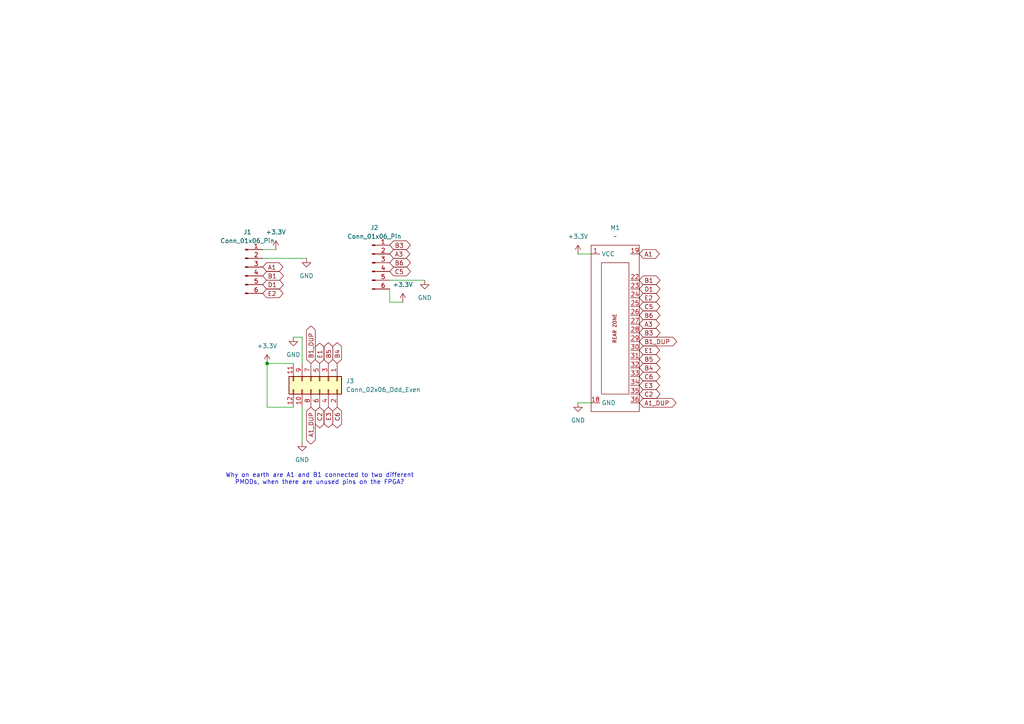
<source format=kicad_sch>
(kicad_sch (version 20250114) (generator "eeschema") (generator_version "9.0")
  (paper "A4")
  (lib_symbols
    (symbol "Connector:Conn_01x06_Pin" (pin_names (offset 1.016) (hide yes))
      (property "Reference" "J" (at 0 7.62 0))
      (property "Value" "Conn_01x06_Pin" (at 0 -10.16 0))
      (symbol "Conn_01x06_Pin_1_1"
        (rectangle (start 0.8636 5.207) (end 0 4.953) (stroke (width 0.1524)) (fill (type outline)))
        (rectangle (start 0.8636 2.667) (end 0 2.413) (stroke (width 0.1524)) (fill (type outline)))
        (rectangle (start 0.8636 0.127) (end 0 -0.127) (stroke (width 0.1524)) (fill (type outline)))
        (rectangle (start 0.8636 -2.413) (end 0 -2.667) (stroke (width 0.1524)) (fill (type outline)))
        (rectangle (start 0.8636 -4.953) (end 0 -5.207) (stroke (width 0.1524)) (fill (type outline)))
        (rectangle (start 0.8636 -7.493) (end 0 -7.747) (stroke (width 0.1524)) (fill (type outline)))
        (polyline (pts (xy 1.27 5.08) (xy 0.8636 5.08)) (stroke (width 0.1524)))
        (polyline (pts (xy 1.27 2.54) (xy 0.8636 2.54)) (stroke (width 0.1524)))
        (polyline (pts (xy 1.27 0) (xy 0.8636 0)) (stroke (width 0.1524)))
        (polyline (pts (xy 1.27 -2.54) (xy 0.8636 -2.54)) (stroke (width 0.1524)))
        (polyline (pts (xy 1.27 -5.08) (xy 0.8636 -5.08)) (stroke (width 0.1524)))
        (polyline (pts (xy 1.27 -7.62) (xy 0.8636 -7.62)) (stroke (width 0.1524)))
        (pin passive line (at 5.08 5.08 180) (length 3.81) (name "Pin_1") (number "1"))
        (pin passive line (at 5.08 2.54 180) (length 3.81) (name "Pin_2") (number "2"))
        (pin passive line (at 5.08 0 180) (length 3.81) (name "Pin_3") (number "3"))
        (pin passive line (at 5.08 -2.54 180) (length 3.81) (name "Pin_4") (number "4"))
        (pin passive line (at 5.08 -5.08 180) (length 3.81) (name "Pin_5") (number "5"))
        (pin passive line (at 5.08 -7.62 180) (length 3.81) (name "Pin_6") (number "6"))
      )
    )
    (symbol "Connector_Generic:Conn_02x06_Odd_Even" (pin_names (offset 1.016) (hide yes))
      (property "Reference" "J" (at 1.27 7.62 0))
      (property "Value" "Conn_02x06_Odd_Even" (at 1.27 -10.16 0))
      (symbol "Conn_02x06_Odd_Even_1_1"
        (rectangle (start -1.27 6.35) (end 3.81 -8.89) (stroke (width 0.254)) (fill (type background)))
        (rectangle (start -1.27 5.207) (end 0 4.953) (stroke (width 0.1524)))
        (rectangle (start -1.27 2.667) (end 0 2.413) (stroke (width 0.1524)))
        (rectangle (start -1.27 0.127) (end 0 -0.127) (stroke (width 0.1524)))
        (rectangle (start -1.27 -2.413) (end 0 -2.667) (stroke (width 0.1524)))
        (rectangle (start -1.27 -4.953) (end 0 -5.207) (stroke (width 0.1524)))
        (rectangle (start -1.27 -7.493) (end 0 -7.747) (stroke (width 0.1524)))
        (rectangle (start 3.81 5.207) (end 2.54 4.953) (stroke (width 0.1524)))
        (rectangle (start 3.81 2.667) (end 2.54 2.413) (stroke (width 0.1524)))
        (rectangle (start 3.81 0.127) (end 2.54 -0.127) (stroke (width 0.1524)))
        (rectangle (start 3.81 -2.413) (end 2.54 -2.667) (stroke (width 0.1524)))
        (rectangle (start 3.81 -4.953) (end 2.54 -5.207) (stroke (width 0.1524)))
        (rectangle (start 3.81 -7.493) (end 2.54 -7.747) (stroke (width 0.1524)))
        (pin passive line (at -5.08 5.08 0) (length 3.81) (name "Pin_1") (number "1"))
        (pin passive line (at -5.08 2.54 0) (length 3.81) (name "Pin_3") (number "3"))
        (pin passive line (at -5.08 0 0) (length 3.81) (name "Pin_5") (number "5"))
        (pin passive line (at -5.08 -2.54 0) (length 3.81) (name "Pin_7") (number "7"))
        (pin passive line (at -5.08 -5.08 0) (length 3.81) (name "Pin_9") (number "9"))
        (pin passive line (at -5.08 -7.62 0) (length 3.81) (name "Pin_11") (number "11"))
        (pin passive line (at 7.62 5.08 180) (length 3.81) (name "Pin_2") (number "2"))
        (pin passive line (at 7.62 2.54 180) (length 3.81) (name "Pin_4") (number "4"))
        (pin passive line (at 7.62 0 180) (length 3.81) (name "Pin_6") (number "6"))
        (pin passive line (at 7.62 -2.54 180) (length 3.81) (name "Pin_8") (number "8"))
        (pin passive line (at 7.62 -5.08 180) (length 3.81) (name "Pin_10") (number "10"))
        (pin passive line (at 7.62 -7.62 180) (length 3.81) (name "Pin_12") (number "12"))
      )
    )
    (symbol "MegaCastle:MegaCastle2x18-Module-I24.0x40.9-M800067FFF"
      (property "Reference" "M" (at 0 -26.67 0))
      (symbol "MegaCastle2x18-Module-I24.0x40.9-M800067FFF_0_1"
        (rectangle (start -6.35 24.13) (end 7.62 -24.13))
        (rectangle (start -3.35 19.05) (end 4.62 -19.05))
      )
      (symbol "MegaCastle2x18-Module-I24.0x40.9-M800067FFF_1_1"
        (text "REAR ZONE" (at 0.5 0 900) (effects (font (size 1 1))))
        (pin bidirectional line (at -6.35 21.59 0) (length 2.54) (name "VCC") (number "1"))
        (pin bidirectional line (at -6.35 -21.59 0) (length 2.54) (name "GND") (number "18"))
        (pin bidirectional line (at 7.62 21.59 180) (length 2.54) (name "") (number "19"))
        (pin bidirectional line (at 7.62 13.97 180) (length 2.54) (name "") (number "22"))
        (pin bidirectional line (at 7.62 11.43 180) (length 2.54) (name "") (number "23"))
        (pin bidirectional line (at 7.62 8.89 180) (length 2.54) (name "") (number "24"))
        (pin bidirectional line (at 7.62 6.35 180) (length 2.54) (name "") (number "25"))
        (pin bidirectional line (at 7.62 3.81 180) (length 2.54) (name "") (number "26"))
        (pin bidirectional line (at 7.62 1.27 180) (length 2.54) (name "") (number "27"))
        (pin bidirectional line (at 7.62 -1.27 180) (length 2.54) (name "") (number "28"))
        (pin bidirectional line (at 7.62 -3.81 180) (length 2.54) (name "") (number "29"))
        (pin bidirectional line (at 7.62 -6.35 180) (length 2.54) (name "") (number "30"))
        (pin bidirectional line (at 7.62 -8.89 180) (length 2.54) (name "") (number "31"))
        (pin bidirectional line (at 7.62 -11.43 180) (length 2.54) (name "") (number "32"))
        (pin bidirectional line (at 7.62 -13.97 180) (length 2.54) (name "") (number "33"))
        (pin bidirectional line (at 7.62 -16.51 180) (length 2.54) (name "") (number "34"))
        (pin bidirectional line (at 7.62 -19.05 180) (length 2.54) (name "") (number "35"))
        (pin bidirectional line (at 7.62 -21.59 180) (length 2.54) (name "") (number "36"))
      )
    )
    (symbol "power:+3.3V" (power) (pin_numbers (hide yes)) (pin_names (offset 0) (hide yes))
      (property "Value" "+3.3V" (at 0 3.556 0))
      (symbol "+3.3V_0_1"
        (polyline (pts (xy -0.762 1.27) (xy 0 2.54)))
        (polyline (pts (xy 0 2.54) (xy 0.762 1.27)))
        (polyline (pts (xy 0 0) (xy 0 2.54)))
      )
      (symbol "+3.3V_1_1"
        (pin power_in line (at 0 0 90) (length 0) (name "~") (number "1"))
      )
    )
    (symbol "power:GND" (power) (pin_numbers (hide yes)) (pin_names (offset 0) (hide yes))
      (property "Value" "GND" (at 0 -3.81 0))
      (symbol "GND_0_1"
        (polyline (pts (xy 0 0) (xy 0 -1.27) (xy 1.27 -1.27) (xy 0 -2.54) (xy -1.27 -1.27) (xy 0 -1.27)))
      )
      (symbol "GND_1_1"
        (pin power_in line (at 0 0 270) (length 0) (name "~") (number "1"))
      )
    )
  )
  (text "Why on earth are A1 and B1 connected to two different\nPMODs, when there are unused pins on the FPGA?" (at 92.71 138.938 0) (effects (font (size 1.27 1.27))))
  (junction (at 77.47 105.41))
  (wire (pts (xy 167.64 116.84) (xy 171.45 116.84)))
  (wire (pts (xy 77.47 105.41) (xy 85.09 105.41)))
  (wire (pts (xy 76.2 72.39) (xy 80.01 72.39)))
  (wire (pts (xy 87.63 97.79) (xy 87.63 105.41)))
  (wire (pts (xy 85.09 118.11) (xy 77.47 118.11)))
  (wire (pts (xy 87.63 118.11) (xy 87.63 128.27)))
  (wire (pts (xy 113.03 87.63) (xy 116.84 87.63)))
  (wire (pts (xy 77.47 118.11) (xy 77.47 105.41)))
  (wire (pts (xy 113.03 83.82) (xy 113.03 87.63)))
  (wire (pts (xy 113.03 81.28) (xy 123.19 81.28)))
  (wire (pts (xy 85.09 97.79) (xy 87.63 97.79)))
  (wire (pts (xy 167.64 73.66) (xy 171.45 73.66)))
  (wire (pts (xy 76.2 74.93) (xy 88.9 74.93)))
  (global_label "B1_DUP" (shape bidirectional) (at 90.17 105.41 90) (property "Intersheetrefs" "${INTERSHEET_REFS}" (effects (hide yes))))
  (global_label "D1" (shape bidirectional) (at 76.2 82.55 0) (property "Intersheetrefs" "${INTERSHEET_REFS}" (effects (hide yes))))
  (global_label "A1" (shape bidirectional) (at 185.42 73.66 0) (property "Intersheetrefs" "${INTERSHEET_REFS}" (effects (hide yes))))
  (global_label "A3" (shape bidirectional) (at 113.03 73.66 0) (property "Intersheetrefs" "${INTERSHEET_REFS}" (effects (hide yes))))
  (global_label "B6" (shape bidirectional) (at 185.42 91.44 0) (property "Intersheetrefs" "${INTERSHEET_REFS}" (effects (hide yes))))
  (global_label "C5" (shape bidirectional) (at 185.42 88.9 0) (property "Intersheetrefs" "${INTERSHEET_REFS}" (effects (hide yes))))
  (global_label "B1_DUP" (shape bidirectional) (at 185.42 99.06 0) (property "Intersheetrefs" "${INTERSHEET_REFS}" (effects (hide yes))))
  (global_label "E3" (shape bidirectional) (at 185.42 111.76 0) (property "Intersheetrefs" "${INTERSHEET_REFS}" (effects (hide yes))))
  (global_label "B1" (shape bidirectional) (at 185.42 81.28 0) (property "Intersheetrefs" "${INTERSHEET_REFS}" (effects (hide yes))))
  (global_label "A1" (shape bidirectional) (at 76.2 77.47 0) (property "Intersheetrefs" "${INTERSHEET_REFS}" (effects (hide yes))))
  (global_label "B6" (shape bidirectional) (at 113.03 76.2 0) (property "Intersheetrefs" "${INTERSHEET_REFS}" (effects (hide yes))))
  (global_label "E1" (shape bidirectional) (at 92.71 105.41 90) (property "Intersheetrefs" "${INTERSHEET_REFS}" (effects (hide yes))))
  (global_label "B4" (shape bidirectional) (at 185.42 106.68 0) (property "Intersheetrefs" "${INTERSHEET_REFS}" (effects (hide yes))))
  (global_label "E3" (shape bidirectional) (at 95.25 118.11 270) (property "Intersheetrefs" "${INTERSHEET_REFS}" (effects (hide yes))))
  (global_label "A1_DUP" (shape bidirectional) (at 185.42 116.84 0) (property "Intersheetrefs" "${INTERSHEET_REFS}" (effects (hide yes))))
  (global_label "B5" (shape bidirectional) (at 185.42 104.14 0) (property "Intersheetrefs" "${INTERSHEET_REFS}" (effects (hide yes))))
  (global_label "C5" (shape bidirectional) (at 113.03 78.74 0) (property "Intersheetrefs" "${INTERSHEET_REFS}" (effects (hide yes))))
  (global_label "E2" (shape bidirectional) (at 76.2 85.09 0) (property "Intersheetrefs" "${INTERSHEET_REFS}" (effects (hide yes))))
  (global_label "C6" (shape bidirectional) (at 97.79 118.11 270) (property "Intersheetrefs" "${INTERSHEET_REFS}" (effects (hide yes))))
  (global_label "E2" (shape bidirectional) (at 185.42 86.36 0) (property "Intersheetrefs" "${INTERSHEET_REFS}" (effects (hide yes))))
  (global_label "B5" (shape bidirectional) (at 95.25 105.41 90) (property "Intersheetrefs" "${INTERSHEET_REFS}" (effects (hide yes))))
  (global_label "B1" (shape bidirectional) (at 76.2 80.01 0) (property "Intersheetrefs" "${INTERSHEET_REFS}" (effects (hide yes))))
  (global_label "E1" (shape bidirectional) (at 185.42 101.6 0) (property "Intersheetrefs" "${INTERSHEET_REFS}" (effects (hide yes))))
  (global_label "C2" (shape bidirectional) (at 185.42 114.3 0) (property "Intersheetrefs" "${INTERSHEET_REFS}" (effects (hide yes))))
  (global_label "A3" (shape bidirectional) (at 185.42 93.98 0) (property "Intersheetrefs" "${INTERSHEET_REFS}" (effects (hide yes))))
  (global_label "A1_DUP" (shape bidirectional) (at 90.17 118.11 270) (property "Intersheetrefs" "${INTERSHEET_REFS}" (effects (hide yes))))
  (global_label "B3" (shape bidirectional) (at 113.03 71.12 0) (property "Intersheetrefs" "${INTERSHEET_REFS}" (effects (hide yes))))
  (global_label "C6" (shape bidirectional) (at 185.42 109.22 0) (property "Intersheetrefs" "${INTERSHEET_REFS}" (effects (hide yes))))
  (global_label "D1" (shape bidirectional) (at 185.42 83.82 0) (property "Intersheetrefs" "${INTERSHEET_REFS}" (effects (hide yes))))
  (global_label "B3" (shape bidirectional) (at 185.42 96.52 0) (property "Intersheetrefs" "${INTERSHEET_REFS}" (effects (hide yes))))
  (global_label "C2" (shape bidirectional) (at 92.71 118.11 270) (property "Intersheetrefs" "${INTERSHEET_REFS}" (effects (hide yes))))
  (global_label "B4" (shape bidirectional) (at 97.79 105.41 90) (property "Intersheetrefs" "${INTERSHEET_REFS}" (effects (hide yes))))
  (symbol (lib_id "power:+3.3V") (at 77.47 105.41 0) (unit 1)
    (property "Reference" "#PWR03" (effects (hide yes)))
    (property "Value" "+3.3V" (at 77.47 100.33 0))
    (property "Description" "Power symbol creates a global label with name \"+3.3V\"" (effects (hide yes)))
  )
  (symbol (lib_id "power:+3.3V") (at 80.01 72.39 0) (unit 1)
    (property "Reference" "#PWR01" (effects (hide yes)))
    (property "Value" "+3.3V" (at 80.01 67.31 0))
    (property "Description" "Power symbol creates a global label with name \"+3.3V\"" (effects (hide yes)))
  )
  (symbol (lib_id "power:GND") (at 87.63 128.27 0) (unit 1)
    (property "Reference" "#PWR06" (effects (hide yes)))
    (property "Value" "GND" (at 87.63 133.35 0))
    (property "Description" "Power symbol creates a global label with name \"GND\" , ground" (effects (hide yes)))
  )
  (symbol (lib_id "power:+3.3V") (at 116.84 87.63 0) (unit 1)
    (property "Reference" "#PWR02" (effects (hide yes)))
    (property "Value" "+3.3V" (at 116.84 82.55 0))
    (property "Description" "Power symbol creates a global label with name \"+3.3V\"" (effects (hide yes)))
  )
  (symbol (lib_id "power:GND") (at 167.64 116.84 0) (unit 1)
    (property "Reference" "#PWR08" (effects (hide yes)))
    (property "Value" "GND" (at 167.64 121.92 0))
    (property "Description" "Power symbol creates a global label with name \"GND\" , ground" (effects (hide yes)))
  )
  (symbol (lib_id "power:GND") (at 88.9 74.93 0) (unit 1)
    (property "Reference" "#PWR04" (effects (hide yes)))
    (property "Value" "GND" (at 88.9 80.01 0))
    (property "Description" "Power symbol creates a global label with name \"GND\" , ground" (effects (hide yes)))
  )
  (symbol (lib_id "power:GND") (at 85.09 97.79 0) (unit 1)
    (property "Reference" "#PWR07" (effects (hide yes)))
    (property "Value" "GND" (at 85.09 102.87 0))
    (property "Description" "Power symbol creates a global label with name \"GND\" , ground" (effects (hide yes)))
  )
  (symbol (lib_id "Connector:Conn_01x06_Pin") (at 71.12 77.47 0) (unit 1)
    (property "Reference" "J1" (at 71.755 67.31 0))
    (property "Value" "Conn_01x06_Pin" (at 71.755 69.85 0))
    (property "Footprint" "Connector_PinHeader_2.54mm:PinHeader_1x06_P2.54mm_Vertical" (effects (hide yes)))
    (property "Description" "Generic connector, single row, 01x06, script generated" (effects (hide yes)))
  )
  (symbol (lib_id "Connector_Generic:Conn_02x06_Odd_Even") (at 92.71 110.49 270) (unit 1)
    (property "Reference" "J3" (at 100.33 110.4899 90) (effects (justify left)))
    (property "Value" "Conn_02x06_Odd_Even" (at 100.33 113.0299 90) (effects (justify left)))
    (property "Footprint" "Connector_PinHeader_2.54mm:PinHeader_2x06_P2.54mm_Vertical" (effects (hide yes)))
    (property "Description" "Generic connector, double row, 02x06, odd/even pin numbering scheme (row 1 odd numbers, row 2 even numbers), script generated (kicad-library-utils/schlib/autogen/connector/)" (effects (hide yes)))
  )
  (symbol (lib_id "Connector:Conn_01x06_Pin") (at 107.95 76.2 0) (unit 1)
    (property "Reference" "J2" (at 108.585 66.04 0))
    (property "Value" "Conn_01x06_Pin" (at 108.585 68.58 0))
    (property "Footprint" "Connector_PinHeader_2.54mm:PinHeader_1x06_P2.54mm_Vertical" (effects (hide yes)))
    (property "Description" "Generic connector, single row, 01x06, script generated" (effects (hide yes)))
  )
  (symbol (lib_id "power:GND") (at 123.19 81.28 0) (unit 1)
    (property "Reference" "#PWR05" (effects (hide yes)))
    (property "Value" "GND" (at 123.19 86.36 0))
    (property "Description" "Power symbol creates a global label with name \"GND\" , ground" (effects (hide yes)))
  )
  (symbol (lib_id "MegaCastle:MegaCastle2x18-Module-I24.0x40.9-M800067FFF") (at 177.8 95.25 0) (unit 1)
    (property "Reference" "M1" (at 178.435 66.04 0))
    (property "Value" "~" (at 178.435 68.58 0))
    (property "Footprint" "MegaCastle:MegaCastle2x18-Module-I24.0x40.9-M800067FFF" (effects (hide yes)))
    (property "Description" "Generated using footprint-gen . 24 44 18 M800067FFF" (effects (hide yes)))
  )
  (symbol (lib_id "power:+3.3V") (at 167.64 73.66 0) (unit 1)
    (property "Reference" "#PWR09" (effects (hide yes)))
    (property "Value" "+3.3V" (at 167.64 68.58 0))
    (property "Description" "Power symbol creates a global label with name \"+3.3V\"" (effects (hide yes)))
  )
)
</source>
